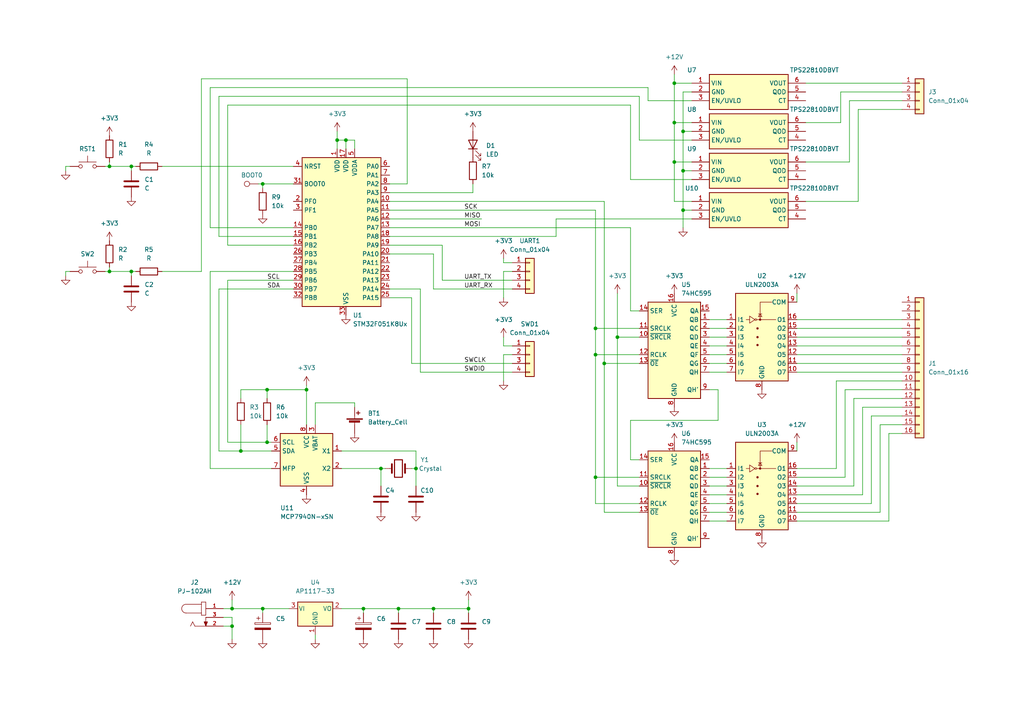
<source format=kicad_sch>
(kicad_sch (version 20211123) (generator eeschema)
  (paper "A4")
  (lib_symbols
    (symbol "74xx:74HC595"
      (property "Reference" "U" (at -7.62 13.97 0))
      (property "Value" "74HC595" (at -7.62 -16.51 0))
      (symbol "74HC595_1_0"
        (pin tri_state line (at 10.16 7.62 180) (length 2.54) (name "QB") (number "1"))
        (pin input line (at -10.16 2.54 0) (length 2.54) (name "~{SRCLR}") (number "10"))
        (pin input line (at -10.16 5.08 0) (length 2.54) (name "SRCLK") (number "11"))
        (pin input line (at -10.16 -2.54 0) (length 2.54) (name "RCLK") (number "12"))
        (pin input line (at -10.16 -5.08 0) (length 2.54) (name "~{OE}") (number "13"))
        (pin input line (at -10.16 10.16 0) (length 2.54) (name "SER") (number "14"))
        (pin tri_state line (at 10.16 10.16 180) (length 2.54) (name "QA") (number "15"))
        (pin power_in line (at 0 15.24 270) (length 2.54) (name "VCC") (number "16"))
        (pin tri_state line (at 10.16 5.08 180) (length 2.54) (name "QC") (number "2"))
        (pin tri_state line (at 10.16 2.54 180) (length 2.54) (name "QD") (number "3"))
        (pin tri_state line (at 10.16 0 180) (length 2.54) (name "QE") (number "4"))
        (pin tri_state line (at 10.16 -2.54 180) (length 2.54) (name "QF") (number "5"))
        (pin tri_state line (at 10.16 -5.08 180) (length 2.54) (name "QG") (number "6"))
        (pin tri_state line (at 10.16 -7.62 180) (length 2.54) (name "QH") (number "7"))
        (pin power_in line (at 0 -17.78 90) (length 2.54) (name "GND") (number "8"))
        (pin output line (at 10.16 -12.7 180) (length 2.54) (name "QH'") (number "9"))
      )
      (symbol "74HC595_1_1"
        (rectangle (start -7.62 12.7) (end 7.62 -15.24) (stroke (width 0.254)) (fill (type background)))
      )
    )
    (symbol "Connector:TestPoint" (pin_numbers hide) (pin_names (offset 0.762) hide)
      (property "Reference" "TP" (at 0 6.858 0))
      (property "Value" "TestPoint" (at 0 5.08 0))
      (symbol "TestPoint_0_1"
        (circle (center 0 3.302) (radius 0.762))
      )
      (symbol "TestPoint_1_1"
        (pin passive line (at 0 0 90) (length 2.54) (name "1") (number "1"))
      )
    )
    (symbol "Connector_Generic:Conn_01x04" (pin_names (offset 1.016) hide)
      (property "Reference" "J" (at 0 5.08 0))
      (property "Value" "Conn_01x04" (at 0 -7.62 0))
      (symbol "Conn_01x04_1_1"
        (rectangle (start -1.27 -4.953) (end 0 -5.207) (stroke (width 0.1524)))
        (rectangle (start -1.27 -2.413) (end 0 -2.667) (stroke (width 0.1524)))
        (rectangle (start -1.27 0.127) (end 0 -0.127) (stroke (width 0.1524)))
        (rectangle (start -1.27 2.667) (end 0 2.413) (stroke (width 0.1524)))
        (rectangle (start -1.27 3.81) (end 1.27 -6.35) (stroke (width 0.254)) (fill (type background)))
        (pin passive line (at -5.08 2.54 0) (length 3.81) (name "Pin_1") (number "1"))
        (pin passive line (at -5.08 0 0) (length 3.81) (name "Pin_2") (number "2"))
        (pin passive line (at -5.08 -2.54 0) (length 3.81) (name "Pin_3") (number "3"))
        (pin passive line (at -5.08 -5.08 0) (length 3.81) (name "Pin_4") (number "4"))
      )
    )
    (symbol "Connector_Generic:Conn_01x16" (pin_names (offset 1.016) hide)
      (property "Reference" "J" (at 0 20.32 0))
      (property "Value" "Conn_01x16" (at 0 -22.86 0))
      (symbol "Conn_01x16_1_1"
        (rectangle (start -1.27 -20.193) (end 0 -20.447) (stroke (width 0.1524)))
        (rectangle (start -1.27 -17.653) (end 0 -17.907) (stroke (width 0.1524)))
        (rectangle (start -1.27 -15.113) (end 0 -15.367) (stroke (width 0.1524)))
        (rectangle (start -1.27 -12.573) (end 0 -12.827) (stroke (width 0.1524)))
        (rectangle (start -1.27 -10.033) (end 0 -10.287) (stroke (width 0.1524)))
        (rectangle (start -1.27 -7.493) (end 0 -7.747) (stroke (width 0.1524)))
        (rectangle (start -1.27 -4.953) (end 0 -5.207) (stroke (width 0.1524)))
        (rectangle (start -1.27 -2.413) (end 0 -2.667) (stroke (width 0.1524)))
        (rectangle (start -1.27 0.127) (end 0 -0.127) (stroke (width 0.1524)))
        (rectangle (start -1.27 2.667) (end 0 2.413) (stroke (width 0.1524)))
        (rectangle (start -1.27 5.207) (end 0 4.953) (stroke (width 0.1524)))
        (rectangle (start -1.27 7.747) (end 0 7.493) (stroke (width 0.1524)))
        (rectangle (start -1.27 10.287) (end 0 10.033) (stroke (width 0.1524)))
        (rectangle (start -1.27 12.827) (end 0 12.573) (stroke (width 0.1524)))
        (rectangle (start -1.27 15.367) (end 0 15.113) (stroke (width 0.1524)))
        (rectangle (start -1.27 17.907) (end 0 17.653) (stroke (width 0.1524)))
        (rectangle (start -1.27 19.05) (end 1.27 -21.59) (stroke (width 0.254)) (fill (type background)))
        (pin passive line (at -5.08 17.78 0) (length 3.81) (name "Pin_1") (number "1"))
        (pin passive line (at -5.08 -5.08 0) (length 3.81) (name "Pin_10") (number "10"))
        (pin passive line (at -5.08 -7.62 0) (length 3.81) (name "Pin_11") (number "11"))
        (pin passive line (at -5.08 -10.16 0) (length 3.81) (name "Pin_12") (number "12"))
        (pin passive line (at -5.08 -12.7 0) (length 3.81) (name "Pin_13") (number "13"))
        (pin passive line (at -5.08 -15.24 0) (length 3.81) (name "Pin_14") (number "14"))
        (pin passive line (at -5.08 -17.78 0) (length 3.81) (name "Pin_15") (number "15"))
        (pin passive line (at -5.08 -20.32 0) (length 3.81) (name "Pin_16") (number "16"))
        (pin passive line (at -5.08 15.24 0) (length 3.81) (name "Pin_2") (number "2"))
        (pin passive line (at -5.08 12.7 0) (length 3.81) (name "Pin_3") (number "3"))
        (pin passive line (at -5.08 10.16 0) (length 3.81) (name "Pin_4") (number "4"))
        (pin passive line (at -5.08 7.62 0) (length 3.81) (name "Pin_5") (number "5"))
        (pin passive line (at -5.08 5.08 0) (length 3.81) (name "Pin_6") (number "6"))
        (pin passive line (at -5.08 2.54 0) (length 3.81) (name "Pin_7") (number "7"))
        (pin passive line (at -5.08 0 0) (length 3.81) (name "Pin_8") (number "8"))
        (pin passive line (at -5.08 -2.54 0) (length 3.81) (name "Pin_9") (number "9"))
      )
    )
    (symbol "Device:Battery_Cell" (pin_numbers hide) (pin_names (offset 0) hide)
      (property "Reference" "BT" (at 2.54 2.54 0))
      (property "Value" "Battery_Cell" (at 2.54 0 0))
      (symbol "Battery_Cell_0_1"
        (rectangle (start -2.286 1.778) (end 2.286 1.524) (fill (type outline)))
        (rectangle (start -1.5748 1.1938) (end 1.4732 0.6858) (fill (type outline)))
        (polyline (pts (xy 0 0.762) (xy 0 0)))
        (polyline (pts (xy 0 1.778) (xy 0 2.54)))
        (polyline (pts (xy 0.508 3.429) (xy 1.524 3.429)) (stroke (width 0.254)))
        (polyline (pts (xy 1.016 3.937) (xy 1.016 2.921)) (stroke (width 0.254)))
      )
      (symbol "Battery_Cell_1_1"
        (pin passive line (at 0 5.08 270) (length 2.54) (name "+") (number "1"))
        (pin passive line (at 0 -2.54 90) (length 2.54) (name "-") (number "2"))
      )
    )
    (symbol "Device:C" (pin_numbers hide) (pin_names (offset 0.254))
      (property "Reference" "C" (at 0.635 2.54 0))
      (property "Value" "C" (at 0.635 -2.54 0))
      (symbol "C_0_1"
        (polyline (pts (xy -2.032 -0.762) (xy 2.032 -0.762)) (stroke (width 0.508)))
        (polyline (pts (xy -2.032 0.762) (xy 2.032 0.762)) (stroke (width 0.508)))
      )
      (symbol "C_1_1"
        (pin passive line (at 0 3.81 270) (length 2.794) (name "~") (number "1"))
        (pin passive line (at 0 -3.81 90) (length 2.794) (name "~") (number "2"))
      )
    )
    (symbol "Device:C_Polarized" (pin_numbers hide) (pin_names (offset 0.254))
      (property "Reference" "C" (at 0.635 2.54 0))
      (property "Value" "C_Polarized" (at 0.635 -2.54 0))
      (symbol "C_Polarized_0_1"
        (rectangle (start -2.286 0.508) (end 2.286 1.016))
        (polyline (pts (xy -1.778 2.286) (xy -0.762 2.286)))
        (polyline (pts (xy -1.27 2.794) (xy -1.27 1.778)))
        (rectangle (start 2.286 -0.508) (end -2.286 -1.016) (fill (type outline)))
      )
      (symbol "C_Polarized_1_1"
        (pin passive line (at 0 3.81 270) (length 2.794) (name "~") (number "1"))
        (pin passive line (at 0 -3.81 90) (length 2.794) (name "~") (number "2"))
      )
    )
    (symbol "Device:Crystal" (pin_numbers hide) (pin_names (offset 1.016) hide)
      (property "Reference" "Y" (at 0 3.81 0))
      (property "Value" "Crystal" (at 0 -3.81 0))
      (symbol "Crystal_0_1"
        (rectangle (start -1.143 2.54) (end 1.143 -2.54) (stroke (width 0.3048)))
        (polyline (pts (xy -2.54 0) (xy -1.905 0)))
        (polyline (pts (xy -1.905 -1.27) (xy -1.905 1.27)) (stroke (width 0.508)))
        (polyline (pts (xy 1.905 -1.27) (xy 1.905 1.27)) (stroke (width 0.508)))
        (polyline (pts (xy 2.54 0) (xy 1.905 0)))
      )
      (symbol "Crystal_1_1"
        (pin passive line (at -3.81 0 0) (length 1.27) (name "1") (number "1"))
        (pin passive line (at 3.81 0 180) (length 1.27) (name "2") (number "2"))
      )
    )
    (symbol "Device:LED" (pin_numbers hide) (pin_names (offset 1.016) hide)
      (property "Reference" "D" (at 0 2.54 0))
      (property "Value" "LED" (at 0 -2.54 0))
      (symbol "LED_0_1"
        (polyline (pts (xy -1.27 -1.27) (xy -1.27 1.27)) (stroke (width 0.254)))
        (polyline (pts (xy -1.27 0) (xy 1.27 0)))
        (polyline (pts (xy 1.27 -1.27) (xy 1.27 1.27) (xy -1.27 0) (xy 1.27 -1.27)) (stroke (width 0.254)))
        (polyline (pts (xy -3.048 -0.762) (xy -4.572 -2.286) (xy -3.81 -2.286) (xy -4.572 -2.286) (xy -4.572 -1.524)))
        (polyline (pts (xy -1.778 -0.762) (xy -3.302 -2.286) (xy -2.54 -2.286) (xy -3.302 -2.286) (xy -3.302 -1.524)))
      )
      (symbol "LED_1_1"
        (pin passive line (at -3.81 0 0) (length 2.54) (name "K") (number "1"))
        (pin passive line (at 3.81 0 180) (length 2.54) (name "A") (number "2"))
      )
    )
    (symbol "Device:R" (pin_numbers hide) (pin_names (offset 0))
      (property "Reference" "R" (at 2.032 0 90))
      (property "Value" "R" (at 0 0 90))
      (symbol "R_0_1"
        (rectangle (start -1.016 -2.54) (end 1.016 2.54) (stroke (width 0.254)))
      )
      (symbol "R_1_1"
        (pin passive line (at 0 3.81 270) (length 1.27) (name "~") (number "1"))
        (pin passive line (at 0 -3.81 90) (length 1.27) (name "~") (number "2"))
      )
    )
    (symbol "MCU_ST_STM32F0:STM32F051K8Ux"
      (property "Reference" "U" (at -12.7 21.59 0))
      (property "Value" "STM32F051K8Ux" (at 5.08 21.59 0))
      (symbol "STM32F051K8Ux_0_1"
        (rectangle (start -12.7 -22.86) (end 10.16 20.32) (stroke (width 0.254)) (fill (type background)))
      )
      (symbol "STM32F051K8Ux_1_1"
        (pin power_in line (at -2.54 22.86 270) (length 2.54) (name "VDD") (number "1"))
        (pin bidirectional line (at 12.7 7.62 180) (length 2.54) (name "PA4") (number "10"))
        (pin bidirectional line (at 12.7 5.08 180) (length 2.54) (name "PA5") (number "11"))
        (pin bidirectional line (at 12.7 2.54 180) (length 2.54) (name "PA6") (number "12"))
        (pin bidirectional line (at 12.7 0 180) (length 2.54) (name "PA7") (number "13"))
        (pin bidirectional line (at -15.24 0 0) (length 2.54) (name "PB0") (number "14"))
        (pin bidirectional line (at -15.24 -2.54 0) (length 2.54) (name "PB1") (number "15"))
        (pin bidirectional line (at -15.24 -5.08 0) (length 2.54) (name "PB2") (number "16"))
        (pin power_in line (at 0 22.86 270) (length 2.54) (name "VDD") (number "17"))
        (pin bidirectional line (at 12.7 -2.54 180) (length 2.54) (name "PA8") (number "18"))
        (pin bidirectional line (at 12.7 -5.08 180) (length 2.54) (name "PA9") (number "19"))
        (pin input line (at -15.24 7.62 0) (length 2.54) (name "PF0") (number "2"))
        (pin bidirectional line (at 12.7 -7.62 180) (length 2.54) (name "PA10") (number "20"))
        (pin bidirectional line (at 12.7 -10.16 180) (length 2.54) (name "PA11") (number "21"))
        (pin bidirectional line (at 12.7 -12.7 180) (length 2.54) (name "PA12") (number "22"))
        (pin bidirectional line (at 12.7 -15.24 180) (length 2.54) (name "PA13") (number "23"))
        (pin bidirectional line (at 12.7 -17.78 180) (length 2.54) (name "PA14") (number "24"))
        (pin bidirectional line (at 12.7 -20.32 180) (length 2.54) (name "PA15") (number "25"))
        (pin bidirectional line (at -15.24 -7.62 0) (length 2.54) (name "PB3") (number "26"))
        (pin bidirectional line (at -15.24 -10.16 0) (length 2.54) (name "PB4") (number "27"))
        (pin bidirectional line (at -15.24 -12.7 0) (length 2.54) (name "PB5") (number "28"))
        (pin bidirectional line (at -15.24 -15.24 0) (length 2.54) (name "PB6") (number "29"))
        (pin input line (at -15.24 5.08 0) (length 2.54) (name "PF1") (number "3"))
        (pin bidirectional line (at -15.24 -17.78 0) (length 2.54) (name "PB7") (number "30"))
        (pin input line (at -15.24 12.7 0) (length 2.54) (name "BOOT0") (number "31"))
        (pin bidirectional line (at -15.24 -20.32 0) (length 2.54) (name "PB8") (number "32"))
        (pin power_in line (at 0 -25.4 90) (length 2.54) (name "VSS") (number "33"))
        (pin input line (at -15.24 17.78 0) (length 2.54) (name "NRST") (number "4"))
        (pin power_in line (at 2.54 22.86 270) (length 2.54) (name "VDDA") (number "5"))
        (pin bidirectional line (at 12.7 17.78 180) (length 2.54) (name "PA0") (number "6"))
        (pin bidirectional line (at 12.7 15.24 180) (length 2.54) (name "PA1") (number "7"))
        (pin bidirectional line (at 12.7 12.7 180) (length 2.54) (name "PA2") (number "8"))
        (pin bidirectional line (at 12.7 10.16 180) (length 2.54) (name "PA3") (number "9"))
      )
    )
    (symbol "PJ-102AH:PJ-102AH" (pin_names (offset 1.016))
      (property "Reference" "J" (at -7.6258 5.0838 0))
      (property "Value" "PJ-102AH" (at -7.6296 -5.0864 0))
      (symbol "PJ-102AH_0_0"
        (arc (start -5.715 3.81) (mid -6.985 2.54) (end -5.715 1.27) (stroke (width 0.1524)))
        (polyline (pts (xy -5.715 3.81) (xy -1.27 3.81)) (stroke (width 0.1524)))
        (polyline (pts (xy -3.81 -1.27) (xy -4.445 -2.54)) (stroke (width 0.1524)))
        (polyline (pts (xy -3.175 -2.54) (xy -3.81 -1.27)) (stroke (width 0.1524)))
        (polyline (pts (xy -1.27 0.635) (xy 0 0.635)) (stroke (width 0.1524)))
        (polyline (pts (xy -1.27 1.27) (xy -5.715 1.27)) (stroke (width 0.1524)))
        (polyline (pts (xy -1.27 1.27) (xy -1.27 0.635)) (stroke (width 0.1524)))
        (polyline (pts (xy -1.27 3.81) (xy -1.27 1.27)) (stroke (width 0.1524)))
        (polyline (pts (xy -1.27 4.445) (xy -1.27 3.81)) (stroke (width 0.1524)))
        (polyline (pts (xy 0 -2.54) (xy -3.175 -2.54)) (stroke (width 0.1524)))
        (polyline (pts (xy 0 0) (xy 0 -2.54)) (stroke (width 0.1524)))
        (polyline (pts (xy 0 0.635) (xy 0 4.445)) (stroke (width 0.1524)))
        (polyline (pts (xy 0 4.445) (xy -1.27 4.445)) (stroke (width 0.1524)))
        (polyline (pts (xy 0 -2.54) (xy -0.508 -1.27) (xy 0.508 -1.27) (xy 0 -2.54)) (stroke (width 0.1524)) (fill (type outline)))
        (pin passive line (at 5.08 2.54 180) (length 5.08) (name "~") (number "1"))
        (pin passive line (at 5.08 -2.54 180) (length 5.08) (name "~") (number "2"))
        (pin passive line (at 5.08 0 180) (length 5.08) (name "~") (number "3"))
      )
    )
    (symbol "Regulator_Linear:AP1117-33" (pin_names (offset 0.254))
      (property "Reference" "U" (at -3.81 3.175 0))
      (property "Value" "AP1117-33" (at 0 3.175 0))
      (symbol "AP1117-33_0_1"
        (rectangle (start -5.08 -5.08) (end 5.08 1.905) (stroke (width 0.254)) (fill (type background)))
      )
      (symbol "AP1117-33_1_1"
        (pin power_in line (at 0 -7.62 90) (length 2.54) (name "GND") (number "1"))
        (pin power_out line (at 7.62 0 180) (length 2.54) (name "VO") (number "2"))
        (pin power_in line (at -7.62 0 0) (length 2.54) (name "VI") (number "3"))
      )
    )
    (symbol "Switch:SW_Push" (pin_numbers hide) (pin_names (offset 1.016) hide)
      (property "Reference" "SW" (at 1.27 2.54 0))
      (property "Value" "SW_Push" (at 0 -1.524 0))
      (symbol "SW_Push_0_1"
        (circle (center -2.032 0) (radius 0.508))
        (polyline (pts (xy 0 1.27) (xy 0 3.048)))
        (polyline (pts (xy 2.54 1.27) (xy -2.54 1.27)))
        (circle (center 2.032 0) (radius 0.508))
        (pin passive line (at -5.08 0 0) (length 2.54) (name "1") (number "1"))
        (pin passive line (at 5.08 0 180) (length 2.54) (name "2") (number "2"))
      )
    )
    (symbol "TPS22810DBVT:TPS22810DBVT"
      (property "Value" "TPS22810DBVT" (at 0 0 0))
      (property "Reference_1" "IC" (at 29.21 7.62 0))
      (property "Value_1" "TPS22810DBVT" (at 29.21 5.08 0))
      (symbol "TPS22810DBVT_1_1"
        (rectangle (start 5.08 2.54) (end 27.94 -7.62) (stroke (width 0.254)) (fill (type background)))
        (pin passive line (at 0 0 0) (length 5.08) (name "VIN") (number "1"))
        (pin passive line (at 0 -2.54 0) (length 5.08) (name "GND") (number "2"))
        (pin passive line (at 0 -5.08 0) (length 5.08) (name "EN/UVLO") (number "3"))
        (pin passive line (at 33.02 -5.08 180) (length 5.08) (name "CT") (number "4"))
        (pin passive line (at 33.02 -2.54 180) (length 5.08) (name "QOD") (number "5"))
        (pin passive line (at 33.02 0 180) (length 5.08) (name "VOUT") (number "6"))
      )
    )
    (symbol "Timer_RTC:MCP7940N-xSN"
      (property "Reference" "U" (at -6.35 8.89 0))
      (property "Value" "MCP7940N-xSN" (at 11.43 8.89 0))
      (symbol "MCP7940N-xSN_0_1"
        (rectangle (start -7.62 7.62) (end 7.62 -7.62) (stroke (width 0.254)) (fill (type background)))
      )
      (symbol "MCP7940N-xSN_1_1"
        (pin input line (at 10.16 2.54 180) (length 2.54) (name "X1") (number "1"))
        (pin output line (at 10.16 -2.54 180) (length 2.54) (name "X2") (number "2"))
        (pin power_in line (at 2.54 10.16 270) (length 2.54) (name "VBAT") (number "3"))
        (pin power_in line (at 0 -10.16 90) (length 2.54) (name "VSS") (number "4"))
        (pin bidirectional line (at -10.16 2.54 0) (length 2.54) (name "SDA") (number "5"))
        (pin input line (at -10.16 5.08 0) (length 2.54) (name "SCL") (number "6"))
        (pin open_collector line (at -10.16 -2.54 0) (length 2.54) (name "MFP") (number "7"))
        (pin power_in line (at 0 10.16 270) (length 2.54) (name "VCC") (number "8"))
      )
    )
    (symbol "Transistor_Array:ULN2003A"
      (property "Reference" "U" (at 0 15.875 0))
      (property "Value" "ULN2003A" (at 0 13.97 0))
      (symbol "ULN2003A_0_1"
        (rectangle (start -7.62 -12.7) (end 7.62 12.7) (stroke (width 0.254)) (fill (type background)))
        (circle (center -1.778 5.08) (radius 0.254))
        (circle (center -1.27 -2.286) (radius 0.254) (fill (type outline)))
        (circle (center -1.27 0) (radius 0.254) (fill (type outline)))
        (circle (center -1.27 2.54) (radius 0.254) (fill (type outline)))
        (circle (center -0.508 5.08) (radius 0.254) (fill (type outline)))
        (polyline (pts (xy -4.572 5.08) (xy -3.556 5.08)))
        (polyline (pts (xy -1.524 5.08) (xy 4.064 5.08)))
        (polyline (pts (xy 0 6.731) (xy -1.016 6.731)))
        (polyline (pts (xy -0.508 5.08) (xy -0.508 10.16) (xy 2.921 10.16)))
        (polyline (pts (xy -3.556 6.096) (xy -3.556 4.064) (xy -2.032 5.08) (xy -3.556 6.096)))
        (polyline (pts (xy 0 5.969) (xy -1.016 5.969) (xy -0.508 6.731) (xy 0 5.969)))
      )
      (symbol "ULN2003A_1_1"
        (pin input line (at -10.16 5.08 0) (length 2.54) (name "I1") (number "1"))
        (pin open_collector line (at 10.16 -10.16 180) (length 2.54) (name "O7") (number "10"))
        (pin open_collector line (at 10.16 -7.62 180) (length 2.54) (name "O6") (number "11"))
        (pin open_collector line (at 10.16 -5.08 180) (length 2.54) (name "O5") (number "12"))
        (pin open_collector line (at 10.16 -2.54 180) (length 2.54) (name "O4") (number "13"))
        (pin open_collector line (at 10.16 0 180) (length 2.54) (name "O3") (number "14"))
        (pin open_collector line (at 10.16 2.54 180) (length 2.54) (name "O2") (number "15"))
        (pin open_collector line (at 10.16 5.08 180) (length 2.54) (name "O1") (number "16"))
        (pin input line (at -10.16 2.54 0) (length 2.54) (name "I2") (number "2"))
        (pin input line (at -10.16 0 0) (length 2.54) (name "I3") (number "3"))
        (pin input line (at -10.16 -2.54 0) (length 2.54) (name "I4") (number "4"))
        (pin input line (at -10.16 -5.08 0) (length 2.54) (name "I5") (number "5"))
        (pin input line (at -10.16 -7.62 0) (length 2.54) (name "I6") (number "6"))
        (pin input line (at -10.16 -10.16 0) (length 2.54) (name "I7") (number "7"))
        (pin power_in line (at 0 -15.24 90) (length 2.54) (name "GND") (number "8"))
        (pin passive line (at 10.16 10.16 180) (length 2.54) (name "COM") (number "9"))
      )
    )
    (symbol "power:+12V" (power) (pin_names (offset 0))
      (property "Value" "+12V" (at 0 3.556 0))
      (symbol "+12V_0_1"
        (polyline (pts (xy -0.762 1.27) (xy 0 2.54)))
        (polyline (pts (xy 0 0) (xy 0 2.54)))
        (polyline (pts (xy 0 2.54) (xy 0.762 1.27)))
      )
      (symbol "+12V_1_1"
        (pin power_in line (at 0 0 90) (length 0) hide (name "+12V") (number "1"))
      )
    )
    (symbol "power:+3.3V" (power) (pin_names (offset 0))
      (property "Value" "+3.3V" (at 0 3.556 0))
      (symbol "+3.3V_0_1"
        (polyline (pts (xy -0.762 1.27) (xy 0 2.54)))
        (polyline (pts (xy 0 0) (xy 0 2.54)))
        (polyline (pts (xy 0 2.54) (xy 0.762 1.27)))
      )
      (symbol "+3.3V_1_1"
        (pin power_in line (at 0 0 90) (length 0) hide (name "+3V3") (number "1"))
      )
    )
    (symbol "power:GND" (power) (pin_names (offset 0))
      (property "Value" "GND" (at 0 -3.81 0))
      (symbol "GND_0_1"
        (polyline (pts (xy 0 0) (xy 0 -1.27) (xy 1.27 -1.27) (xy 0 -2.54) (xy -1.27 -1.27) (xy 0 -1.27)))
      )
      (symbol "GND_1_1"
        (pin power_in line (at 0 0 270) (length 0) hide (name "GND") (number "1"))
      )
    )
  )
  (junction (at 198.12 49.53))
  (junction (at 38.1 78.74))
  (junction (at 100.33 40.64))
  (junction (at 76.2 53.34))
  (junction (at 67.31 181.61))
  (junction (at 77.47 113.03))
  (junction (at 69.85 130.81))
  (junction (at 195.58 35.56))
  (junction (at 125.73 176.53))
  (junction (at 67.31 176.53))
  (junction (at 120.65 135.89))
  (junction (at 110.49 135.89))
  (junction (at 31.75 48.26))
  (junction (at 195.58 24.13))
  (junction (at 76.2 176.53))
  (junction (at 115.57 176.53))
  (junction (at 105.41 176.53))
  (junction (at 172.72 138.43))
  (junction (at 38.1 48.26))
  (junction (at 88.9 113.03))
  (junction (at 195.58 46.99))
  (junction (at 175.26 105.41))
  (junction (at 135.89 176.53))
  (junction (at 97.79 40.64))
  (junction (at 179.07 97.79))
  (junction (at 77.47 128.27))
  (junction (at 172.72 102.87))
  (junction (at 198.12 60.96))
  (junction (at 198.12 38.1))
  (junction (at 31.75 78.74))
  (junction (at 172.72 95.25))
  (wire (pts (xy 91.44 185.42) (xy 91.44 184.15)))
  (wire (pts (xy 205.74 95.25) (xy 210.82 95.25)))
  (wire (pts (xy 69.85 123.19) (xy 69.85 130.81)))
  (wire (pts (xy 187.96 29.21) (xy 200.66 29.21)))
  (wire (pts (xy 78.74 130.81) (xy 69.85 130.81)))
  (wire (pts (xy 231.14 135.89) (xy 242.57 135.89)))
  (wire (pts (xy 118.11 53.34) (xy 113.03 53.34)))
  (wire (pts (xy 261.62 97.79) (xy 231.14 97.79)))
  (wire (pts (xy 76.2 54.61) (xy 76.2 53.34)))
  (wire (pts (xy 111.76 135.89) (xy 110.49 135.89)))
  (wire (pts (xy 38.1 48.26) (xy 39.37 48.26)))
  (wire (pts (xy 175.26 58.42) (xy 175.26 105.41)))
  (wire (pts (xy 182.88 52.07) (xy 200.66 52.07)))
  (wire (pts (xy 243.84 35.56) (xy 233.68 35.56)))
  (wire (pts (xy 175.26 105.41) (xy 175.26 148.59)))
  (wire (pts (xy 148.59 76.2) (xy 146.05 76.2)))
  (wire (pts (xy 128.27 81.28) (xy 148.59 81.28)))
  (wire (pts (xy 119.38 135.89) (xy 120.65 135.89)))
  (wire (pts (xy 205.74 140.97) (xy 210.82 140.97)))
  (wire (pts (xy 64.77 181.61) (xy 67.31 181.61)))
  (wire (pts (xy 63.5 83.82) (xy 85.09 83.82)))
  (wire (pts (xy 146.05 76.2) (xy 146.05 74.93)))
  (wire (pts (xy 247.65 115.57) (xy 261.62 115.57)))
  (wire (pts (xy 205.74 143.51) (xy 210.82 143.51)))
  (wire (pts (xy 185.42 148.59) (xy 175.26 148.59)))
  (wire (pts (xy 231.14 146.05) (xy 252.73 146.05)))
  (wire (pts (xy 100.33 40.64) (xy 100.33 43.18)))
  (wire (pts (xy 38.1 78.74) (xy 39.37 78.74)))
  (wire (pts (xy 205.74 92.71) (xy 210.82 92.71)))
  (wire (pts (xy 242.57 135.89) (xy 242.57 110.49)))
  (wire (pts (xy 148.59 100.33) (xy 146.05 100.33)))
  (wire (pts (xy 30.48 78.74) (xy 31.75 78.74)))
  (wire (pts (xy 146.05 102.87) (xy 148.59 102.87)))
  (wire (pts (xy 182.88 121.92) (xy 182.88 133.35)))
  (wire (pts (xy 66.04 30.48) (xy 66.04 71.12)))
  (wire (pts (xy 195.58 46.99) (xy 200.66 46.99)))
  (wire (pts (xy 205.74 97.79) (xy 210.82 97.79)))
  (wire (pts (xy 245.11 138.43) (xy 245.11 113.03)))
  (wire (pts (xy 100.33 40.64) (xy 102.87 40.64)))
  (wire (pts (xy 31.75 48.26) (xy 38.1 48.26)))
  (wire (pts (xy 185.42 40.64) (xy 185.42 27.94)))
  (wire (pts (xy 67.31 176.53) (xy 76.2 176.53)))
  (wire (pts (xy 113.03 73.66) (xy 125.73 73.66)))
  (wire (pts (xy 119.38 86.36) (xy 119.38 105.41)))
  (wire (pts (xy 200.66 58.42) (xy 195.58 58.42)))
  (wire (pts (xy 205.74 138.43) (xy 210.82 138.43)))
  (wire (pts (xy 172.72 138.43) (xy 172.72 102.87)))
  (wire (pts (xy 85.09 66.04) (xy 60.96 66.04)))
  (wire (pts (xy 205.74 107.95) (xy 210.82 107.95)))
  (wire (pts (xy 182.88 52.07) (xy 182.88 30.48)))
  (wire (pts (xy 115.57 176.53) (xy 125.73 176.53)))
  (wire (pts (xy 113.03 55.88) (xy 137.16 55.88)))
  (wire (pts (xy 66.04 128.27) (xy 66.04 81.28)))
  (wire (pts (xy 198.12 60.96) (xy 200.66 60.96)))
  (wire (pts (xy 78.74 135.89) (xy 60.96 135.89)))
  (wire (pts (xy 185.42 27.94) (xy 63.5 27.94)))
  (wire (pts (xy 246.38 46.99) (xy 246.38 29.21)))
  (wire (pts (xy 195.58 35.56) (xy 200.66 35.56)))
  (wire (pts (xy 38.1 78.74) (xy 38.1 80.01)))
  (wire (pts (xy 66.04 71.12) (xy 85.09 71.12)))
  (wire (pts (xy 77.47 113.03) (xy 88.9 113.03)))
  (wire (pts (xy 67.31 179.07) (xy 64.77 179.07)))
  (wire (pts (xy 19.05 48.26) (xy 20.32 48.26)))
  (wire (pts (xy 125.73 73.66) (xy 125.73 83.82)))
  (wire (pts (xy 105.41 176.53) (xy 115.57 176.53)))
  (wire (pts (xy 233.68 24.13) (xy 261.62 24.13)))
  (wire (pts (xy 261.62 102.87) (xy 231.14 102.87)))
  (wire (pts (xy 172.72 60.96) (xy 172.72 95.25)))
  (wire (pts (xy 128.27 71.12) (xy 128.27 81.28)))
  (wire (pts (xy 76.2 53.34) (xy 85.09 53.34)))
  (wire (pts (xy 30.48 48.26) (xy 31.75 48.26)))
  (wire (pts (xy 250.19 143.51) (xy 250.19 118.11)))
  (wire (pts (xy 74.93 53.34) (xy 76.2 53.34)))
  (wire (pts (xy 252.73 120.65) (xy 261.62 120.65)))
  (wire (pts (xy 205.74 151.13) (xy 210.82 151.13)))
  (wire (pts (xy 99.06 130.81) (xy 120.65 130.81)))
  (wire (pts (xy 252.73 146.05) (xy 252.73 120.65)))
  (wire (pts (xy 243.84 26.67) (xy 243.84 35.56)))
  (wire (pts (xy 46.99 48.26) (xy 85.09 48.26)))
  (wire (pts (xy 148.59 78.74) (xy 146.05 78.74)))
  (wire (pts (xy 198.12 49.53) (xy 198.12 60.96)))
  (wire (pts (xy 66.04 81.28) (xy 85.09 81.28)))
  (wire (pts (xy 231.14 143.51) (xy 250.19 143.51)))
  (wire (pts (xy 242.57 110.49) (xy 261.62 110.49)))
  (wire (pts (xy 118.11 22.86) (xy 118.11 53.34)))
  (wire (pts (xy 110.49 135.89) (xy 110.49 140.97)))
  (wire (pts (xy 172.72 102.87) (xy 185.42 102.87)))
  (wire (pts (xy 137.16 55.88) (xy 137.16 53.34)))
  (wire (pts (xy 198.12 60.96) (xy 198.12 66.04)))
  (wire (pts (xy 88.9 113.03) (xy 88.9 123.19)))
  (wire (pts (xy 125.73 176.53) (xy 135.89 176.53)))
  (wire (pts (xy 58.42 78.74) (xy 58.42 22.86)))
  (wire (pts (xy 245.11 113.03) (xy 261.62 113.03)))
  (wire (pts (xy 161.29 63.5) (xy 200.66 63.5)))
  (wire (pts (xy 63.5 68.58) (xy 85.09 68.58)))
  (wire (pts (xy 261.62 95.25) (xy 231.14 95.25)))
  (wire (pts (xy 250.19 118.11) (xy 261.62 118.11)))
  (wire (pts (xy 182.88 121.92) (xy 208.28 121.92)))
  (wire (pts (xy 195.58 21.59) (xy 195.58 24.13)))
  (wire (pts (xy 205.74 148.59) (xy 210.82 148.59)))
  (wire (pts (xy 67.31 185.42) (xy 67.31 181.61)))
  (wire (pts (xy 102.87 116.84) (xy 102.87 118.11)))
  (wire (pts (xy 198.12 49.53) (xy 200.66 49.53)))
  (wire (pts (xy 77.47 113.03) (xy 77.47 115.57)))
  (wire (pts (xy 248.92 31.75) (xy 248.92 58.42)))
  (wire (pts (xy 182.88 30.48) (xy 66.04 30.48)))
  (wire (pts (xy 231.14 85.09) (xy 231.14 87.63)))
  (wire (pts (xy 76.2 176.53) (xy 76.2 177.8)))
  (wire (pts (xy 60.96 66.04) (xy 60.96 25.4)))
  (wire (pts (xy 121.92 83.82) (xy 113.03 83.82)))
  (wire (pts (xy 261.62 31.75) (xy 248.92 31.75)))
  (wire (pts (xy 19.05 78.74) (xy 19.05 80.01)))
  (wire (pts (xy 175.26 58.42) (xy 113.03 58.42)))
  (wire (pts (xy 257.81 151.13) (xy 257.81 125.73)))
  (wire (pts (xy 113.03 86.36) (xy 119.38 86.36)))
  (wire (pts (xy 195.58 24.13) (xy 200.66 24.13)))
  (wire (pts (xy 31.75 78.74) (xy 38.1 78.74)))
  (wire (pts (xy 77.47 123.19) (xy 77.47 128.27)))
  (wire (pts (xy 248.92 58.42) (xy 233.68 58.42)))
  (wire (pts (xy 115.57 176.53) (xy 115.57 177.8)))
  (wire (pts (xy 97.79 40.64) (xy 100.33 40.64)))
  (wire (pts (xy 205.74 105.41) (xy 210.82 105.41)))
  (wire (pts (xy 99.06 176.53) (xy 105.41 176.53)))
  (wire (pts (xy 195.58 24.13) (xy 195.58 35.56)))
  (wire (pts (xy 261.62 105.41) (xy 231.14 105.41)))
  (wire (pts (xy 231.14 128.27) (xy 231.14 130.81)))
  (wire (pts (xy 195.58 46.99) (xy 195.58 58.42)))
  (wire (pts (xy 231.14 138.43) (xy 245.11 138.43)))
  (wire (pts (xy 179.07 97.79) (xy 185.42 97.79)))
  (wire (pts (xy 198.12 38.1) (xy 200.66 38.1)))
  (wire (pts (xy 102.87 116.84) (xy 91.44 116.84)))
  (wire (pts (xy 200.66 26.67) (xy 198.12 26.67)))
  (wire (pts (xy 198.12 38.1) (xy 198.12 49.53)))
  (wire (pts (xy 121.92 83.82) (xy 121.92 107.95)))
  (wire (pts (xy 19.05 48.26) (xy 19.05 49.53)))
  (wire (pts (xy 38.1 48.26) (xy 38.1 49.53)))
  (wire (pts (xy 261.62 92.71) (xy 231.14 92.71)))
  (wire (pts (xy 185.42 40.64) (xy 200.66 40.64)))
  (wire (pts (xy 205.74 113.03) (xy 208.28 113.03)))
  (wire (pts (xy 60.96 25.4) (xy 187.96 25.4)))
  (wire (pts (xy 185.42 146.05) (xy 172.72 146.05)))
  (wire (pts (xy 120.65 135.89) (xy 120.65 140.97)))
  (wire (pts (xy 60.96 78.74) (xy 60.96 135.89)))
  (wire (pts (xy 125.73 176.53) (xy 125.73 177.8)))
  (wire (pts (xy 179.07 97.79) (xy 179.07 140.97)))
  (wire (pts (xy 246.38 29.21) (xy 261.62 29.21)))
  (wire (pts (xy 257.81 125.73) (xy 261.62 125.73)))
  (wire (pts (xy 69.85 130.81) (xy 63.5 130.81)))
  (wire (pts (xy 255.27 123.19) (xy 261.62 123.19)))
  (wire (pts (xy 231.14 140.97) (xy 247.65 140.97)))
  (wire (pts (xy 120.65 130.81) (xy 120.65 135.89)))
  (wire (pts (xy 233.68 46.99) (xy 246.38 46.99)))
  (wire (pts (xy 205.74 102.87) (xy 210.82 102.87)))
  (wire (pts (xy 146.05 110.49) (xy 146.05 102.87)))
  (wire (pts (xy 198.12 26.67) (xy 198.12 38.1)))
  (wire (pts (xy 97.79 40.64) (xy 97.79 43.18)))
  (wire (pts (xy 146.05 86.36) (xy 146.05 78.74)))
  (wire (pts (xy 161.29 68.58) (xy 113.03 68.58)))
  (wire (pts (xy 172.72 95.25) (xy 172.72 102.87)))
  (wire (pts (xy 247.65 140.97) (xy 247.65 115.57)))
  (wire (pts (xy 255.27 148.59) (xy 255.27 123.19)))
  (wire (pts (xy 19.05 78.74) (xy 20.32 78.74)))
  (wire (pts (xy 113.03 60.96) (xy 172.72 60.96)))
  (wire (pts (xy 135.89 173.99) (xy 135.89 176.53)))
  (wire (pts (xy 119.38 105.41) (xy 148.59 105.41)))
  (wire (pts (xy 67.31 181.61) (xy 67.31 179.07)))
  (wire (pts (xy 67.31 173.99) (xy 67.31 176.53)))
  (wire (pts (xy 46.99 78.74) (xy 58.42 78.74)))
  (wire (pts (xy 97.79 38.1) (xy 97.79 40.64)))
  (wire (pts (xy 76.2 176.53) (xy 83.82 176.53)))
  (wire (pts (xy 179.07 85.09) (xy 179.07 97.79)))
  (wire (pts (xy 208.28 113.03) (xy 208.28 121.92)))
  (wire (pts (xy 261.62 107.95) (xy 231.14 107.95)))
  (wire (pts (xy 121.92 107.95) (xy 148.59 107.95)))
  (wire (pts (xy 113.03 66.04) (xy 182.88 66.04)))
  (wire (pts (xy 205.74 100.33) (xy 210.82 100.33)))
  (wire (pts (xy 261.62 100.33) (xy 231.14 100.33)))
  (wire (pts (xy 182.88 66.04) (xy 182.88 90.17)))
  (wire (pts (xy 175.26 105.41) (xy 185.42 105.41)))
  (wire (pts (xy 69.85 115.57) (xy 69.85 113.03)))
  (wire (pts (xy 146.05 100.33) (xy 146.05 97.79)))
  (wire (pts (xy 31.75 77.47) (xy 31.75 78.74)))
  (wire (pts (xy 64.77 176.53) (xy 67.31 176.53)))
  (wire (pts (xy 113.03 71.12) (xy 128.27 71.12)))
  (wire (pts (xy 77.47 128.27) (xy 66.04 128.27)))
  (wire (pts (xy 172.72 146.05) (xy 172.72 138.43)))
  (wire (pts (xy 172.72 95.25) (xy 185.42 95.25)))
  (wire (pts (xy 102.87 40.64) (xy 102.87 43.18)))
  (wire (pts (xy 63.5 130.81) (xy 63.5 83.82)))
  (wire (pts (xy 91.44 116.84) (xy 91.44 123.19)))
  (wire (pts (xy 60.96 78.74) (xy 85.09 78.74)))
  (wire (pts (xy 88.9 111.76) (xy 88.9 113.03)))
  (wire (pts (xy 205.74 146.05) (xy 210.82 146.05)))
  (wire (pts (xy 125.73 83.82) (xy 148.59 83.82)))
  (wire (pts (xy 99.06 135.89) (xy 110.49 135.89)))
  (wire (pts (xy 63.5 27.94) (xy 63.5 68.58)))
  (wire (pts (xy 261.62 26.67) (xy 243.84 26.67)))
  (wire (pts (xy 205.74 135.89) (xy 210.82 135.89)))
  (wire (pts (xy 195.58 35.56) (xy 195.58 46.99)))
  (wire (pts (xy 58.42 22.86) (xy 118.11 22.86)))
  (wire (pts (xy 182.88 133.35) (xy 185.42 133.35)))
  (wire (pts (xy 78.74 128.27) (xy 77.47 128.27)))
  (wire (pts (xy 185.42 140.97) (xy 179.07 140.97)))
  (wire (pts (xy 113.03 63.5) (xy 139.7 63.5)))
  (wire (pts (xy 172.72 138.43) (xy 185.42 138.43)))
  (wire (pts (xy 105.41 176.53) (xy 105.41 177.8)))
  (wire (pts (xy 231.14 148.59) (xy 255.27 148.59)))
  (wire (pts (xy 187.96 25.4) (xy 187.96 29.21)))
  (wire (pts (xy 135.89 176.53) (xy 135.89 177.8)))
  (wire (pts (xy 69.85 113.03) (xy 77.47 113.03)))
  (wire (pts (xy 182.88 90.17) (xy 185.42 90.17)))
  (wire (pts (xy 31.75 46.99) (xy 31.75 48.26)))
  (wire (pts (xy 231.14 151.13) (xy 257.81 151.13)))
  (wire (pts (xy 161.29 63.5) (xy 161.29 68.58)))
  (label "SDA" (at 77.47 83.82 0))
  (label "SCK" (at 134.62 60.96 0))
  (label "MOSI" (at 134.62 66.04 0))
  (label "UART_RX" (at 134.62 83.82 0))
  (label "SWCLK" (at 134.62 105.41 0))
  (label "UART_TX" (at 134.62 81.28 0))
  (label "SWDIO" (at 134.62 107.95 0))
  (label "MISO" (at 134.62 63.5 0))
  (label "SCL" (at 77.47 81.28 0))
  (symbol (lib_id "Timer_RTC:MCP7940N-xSN") (at 88.9 133.35 0) (unit 1)
    (property "Reference" "U11" (at 81.28 147.32 0) (effects (justify left)))
    (property "Value" "MCP7940N-xSN" (at 81.28 149.86 0) (effects (justify left)))
    (property "Footprint" "Package_SO:SO-8_3.9x4.9mm_P1.27mm" (effects hide))
    (property "Datasheet" "http://ww1.microchip.com/downloads/en/DeviceDoc/20005010F.pdf" (effects hide))
  )
  (symbol (lib_id "TPS22810DBVT:TPS22810DBVT") (at 200.66 35.56 0) (unit 1)
    (property "Reference" "U8" (at 200.66 31.75 0))
    (property "Value" "TPS22810DBVT" (at 236.22 31.75 0))
    (property "Footprint" "Package_TO_SOT_SMD:SOT-23-6" (effects hide))
    (property "Reference_1" "IC" (effects hide))
    (property "Value_1" "TPS22810DBVT" (effects hide))
    (property "Footprint_1" "SOT95P280X145-6N" (effects hide))
    (property "Datasheet_1" "http://www.ti.com/lit/gpn/TPS22810" (effects hide))
    (property "Height" "1.45" (effects hide))
    (property "Mouser Part Number" "595-TPS22810DBVT" (effects hide))
    (property "Mouser Price/Stock" "https://www.mouser.co.uk/ProductDetail/Texas-Instruments/TPS22810DBVT?qs=34RfhUjJmKcpY51nBe7C4Q%3D%3D" (effects hide))
    (property "Manufacturer_Name" "Texas Instruments" (effects hide))
    (property "Manufacturer_Part_Number" "TPS22810DBVT" (effects hide))
  )
  (symbol (lib_id "power:GND") (at 198.12 66.04 0) (unit 1)
    (property "Reference" "#PWR0109" (effects hide))
    (property "Value" "GND" (effects hide))
  )
  (symbol (lib_id "Connector:TestPoint") (at 74.93 53.34 90) (unit 1)
    (property "Reference" "BOOT0" (at 76.2 50.8 90) (effects (justify left)))
    (property "Value" "BOOT0" (effects hide))
    (property "Footprint" "TestPoint:TestPoint_Pad_D1.5mm" (effects hide))
  )
  (symbol (lib_id "TPS22810DBVT:TPS22810DBVT") (at 200.66 58.42 0) (unit 1)
    (property "Reference" "U10" (at 200.66 54.61 0))
    (property "Value" "TPS22810DBVT" (at 236.22 54.61 0))
    (property "Footprint" "Package_TO_SOT_SMD:SOT-23-6" (effects hide))
    (property "Reference_1" "IC" (effects hide))
    (property "Value_1" "TPS22810DBVT" (effects hide))
    (property "Footprint_1" "SOT95P280X145-6N" (effects hide))
    (property "Datasheet_1" "http://www.ti.com/lit/gpn/TPS22810" (effects hide))
    (property "Height" "1.45" (effects hide))
    (property "Mouser Part Number" "595-TPS22810DBVT" (effects hide))
    (property "Mouser Price/Stock" "https://www.mouser.co.uk/ProductDetail/Texas-Instruments/TPS22810DBVT?qs=34RfhUjJmKcpY51nBe7C4Q%3D%3D" (effects hide))
    (property "Manufacturer_Name" "Texas Instruments" (effects hide))
    (property "Manufacturer_Part_Number" "TPS22810DBVT" (effects hide))
  )
  (symbol (lib_id "power:+12V") (at 231.14 128.27 0) (unit 1)
    (property "Reference" "#PWR0106" (effects hide))
    (property "Value" "+12V" (at 231.14 123.19 0))
  )
  (symbol (lib_id "Device:C") (at 120.65 144.78 0) (unit 1)
    (property "Reference" "C10" (at 121.92 142.24 0) (effects (justify left)))
    (property "Value" "C" (effects hide))
    (property "Footprint" "Resistor_SMD:R_0402_1005Metric_Pad0.72x0.64mm_HandSolder" (effects hide))
  )
  (symbol (lib_id "Device:R") (at 43.18 48.26 270) (unit 1)
    (property "Reference" "R4" (at 43.18 41.91 90))
    (property "Value" "R" (at 43.18 44.45 90))
    (property "Footprint" "Resistor_SMD:R_0603_1608Metric" (effects hide))
  )
  (symbol (lib_id "power:GND") (at 125.73 185.42 0) (unit 1)
    (property "Reference" "#PWR0149" (effects hide))
    (property "Value" "GND" (effects hide))
  )
  (symbol (lib_id "Device:LED") (at 137.16 41.91 90) (unit 1)
    (property "Reference" "D1" (at 140.97 42.2274 90) (effects (justify right)))
    (property "Value" "LED" (at 140.97 44.7674 90) (effects (justify right)))
    (property "Footprint" "Connector_PinHeader_2.54mm:PinHeader_1x02_P2.54mm_Vertical" (effects hide))
  )
  (symbol (lib_id "power:+3.3V") (at 31.75 69.85 0) (unit 1)
    (property "Reference" "#PWR0140" (effects hide))
    (property "Value" "+3.3V" (at 31.75 64.77 0))
  )
  (symbol (lib_id "power:GND") (at 102.87 125.73 0) (unit 1)
    (property "Reference" "#PWR0118" (effects hide))
    (property "Value" "GND" (effects hide))
  )
  (symbol (lib_id "power:+3.3V") (at 97.79 38.1 0) (unit 1)
    (property "Reference" "#PWR0103" (effects hide))
    (property "Value" "+3.3V" (at 97.79 33.02 0))
  )
  (symbol (lib_id "TPS22810DBVT:TPS22810DBVT") (at 200.66 24.13 0) (unit 1)
    (property "Reference" "U7" (at 200.66 20.32 0))
    (property "Value" "TPS22810DBVT" (at 236.22 20.32 0))
    (property "Footprint" "Package_TO_SOT_SMD:SOT-23-6" (effects hide))
    (property "Reference_1" "IC" (effects hide))
    (property "Value_1" "TPS22810DBVT" (effects hide))
    (property "Footprint_1" "SOT95P280X145-6N" (effects hide))
    (property "Datasheet_1" "http://www.ti.com/lit/gpn/TPS22810" (effects hide))
    (property "Height" "1.45" (effects hide))
    (property "Mouser Part Number" "595-TPS22810DBVT" (effects hide))
    (property "Mouser Price/Stock" "https://www.mouser.co.uk/ProductDetail/Texas-Instruments/TPS22810DBVT?qs=34RfhUjJmKcpY51nBe7C4Q%3D%3D" (effects hide))
    (property "Manufacturer_Name" "Texas Instruments" (effects hide))
    (property "Manufacturer_Part_Number" "TPS22810DBVT" (effects hide))
  )
  (symbol (lib_id "Device:R") (at 69.85 119.38 180) (unit 1)
    (property "Reference" "R3" (at 72.39 118.1099 0) (effects (justify right)))
    (property "Value" "10k" (at 72.39 120.6499 0) (effects (justify right)))
    (property "Footprint" "Resistor_SMD:R_0603_1608Metric" (effects hide))
  )
  (symbol (lib_id "74xx:74HC595") (at 195.58 100.33 0) (unit 1)
    (property "Reference" "U5" (at 197.5994 82.55 0) (effects (justify left)))
    (property "Value" "74HC595" (at 197.5994 85.09 0) (effects (justify left)))
    (property "Footprint" "Package_SO:SOP-16_4.55x10.3mm_P1.27mm" (effects hide))
    (property "Datasheet" "http://www.ti.com/lit/ds/symlink/sn74hc595.pdf" (effects hide))
  )
  (symbol (lib_id "power:GND") (at 105.41 185.42 0) (unit 1)
    (property "Reference" "#PWR0153" (effects hide))
    (property "Value" "GND" (effects hide))
  )
  (symbol (lib_id "Connector_Generic:Conn_01x04") (at 266.7 26.67 0) (unit 1)
    (property "Reference" "J3" (at 269.24 26.6699 0) (effects (justify left)))
    (property "Value" "Conn_01x04" (at 269.24 29.2099 0) (effects (justify left)))
    (property "Footprint" "Connector_JST:JST_EH_B4B-EH-A_1x04_P2.50mm_Vertical" (effects hide))
  )
  (symbol (lib_id "power:GND") (at 146.05 110.49 0) (mirror y) (unit 1)
    (property "Reference" "#PWR0130" (effects hide))
    (property "Value" "GND" (effects hide))
  )
  (symbol (lib_id "Device:R") (at 77.47 119.38 180) (unit 1)
    (property "Reference" "R6" (at 80.01 118.1099 0) (effects (justify right)))
    (property "Value" "10k" (at 80.01 120.6499 0) (effects (justify right)))
    (property "Footprint" "Resistor_SMD:R_0603_1608Metric" (effects hide))
  )
  (symbol (lib_id "Device:C_Polarized") (at 105.41 181.61 0) (unit 1)
    (property "Reference" "C6" (at 109.22 179.4509 0) (effects (justify left)))
    (property "Value" "C_Polarized" (effects hide))
    (property "Footprint" "Capacitor_SMD:CP_Elec_6.3x5.9" (effects hide))
  )
  (symbol (lib_id "power:GND") (at 110.49 148.59 0) (unit 1)
    (property "Reference" "#PWR0117" (effects hide))
    (property "Value" "GND" (effects hide))
  )
  (symbol (lib_id "74xx:74HC595") (at 195.58 143.51 0) (unit 1)
    (property "Reference" "U6" (at 197.5994 125.73 0) (effects (justify left)))
    (property "Value" "74HC595" (at 197.5994 128.27 0) (effects (justify left)))
    (property "Footprint" "Package_SO:SOP-16_4.55x10.3mm_P1.27mm" (effects hide))
    (property "Datasheet" "http://www.ti.com/lit/ds/symlink/sn74hc595.pdf" (effects hide))
  )
  (symbol (lib_id "Connector_Generic:Conn_01x16") (at 266.7 105.41 0) (unit 1)
    (property "Reference" "J1" (at 269.24 105.4099 0) (effects (justify left)))
    (property "Value" "Conn_01x16" (at 269.24 107.9499 0) (effects (justify left)))
    (property "Footprint" "Connector_PinHeader_2.54mm:PinHeader_2x08_P2.54mm_Horizontal" (effects hide))
  )
  (symbol (lib_id "Device:Crystal") (at 115.57 135.89 0) (unit 1)
    (property "Reference" "Y1" (at 124.46 133.35 0) (effects (justify right)))
    (property "Value" "Crystal" (at 128.27 135.89 0) (effects (justify right)))
    (property "Footprint" "Crystal:Crystal_SMD_3215-2Pin_3.2x1.5mm" (effects hide))
  )
  (symbol (lib_id "power:+3.3V") (at 146.05 74.93 0) (mirror y) (unit 1)
    (property "Reference" "#PWR0135" (effects hide))
    (property "Value" "+3.3V" (at 146.05 69.85 0))
  )
  (symbol (lib_id "power:GND") (at 195.58 161.29 0) (mirror y) (unit 1)
    (property "Reference" "#PWR0122" (effects hide))
    (property "Value" "GND" (effects hide))
  )
  (symbol (lib_id "Device:C") (at 38.1 53.34 0) (unit 1)
    (property "Reference" "C1" (at 41.91 52.0699 0) (effects (justify left)))
    (property "Value" "C" (at 41.91 54.6099 0) (effects (justify left)))
    (property "Footprint" "Resistor_SMD:R_0603_1608Metric" (effects hide))
  )
  (symbol (lib_id "power:GND") (at 115.57 185.42 0) (unit 1)
    (property "Reference" "#PWR0151" (effects hide))
    (property "Value" "GND" (effects hide))
  )
  (symbol (lib_id "power:+12V") (at 231.14 85.09 0) (unit 1)
    (property "Reference" "#PWR0105" (effects hide))
    (property "Value" "+12V" (at 231.14 80.01 0))
  )
  (symbol (lib_id "Transistor_Array:ULN2003A") (at 220.98 140.97 0) (unit 1)
    (property "Reference" "U3" (at 220.98 123.19 0))
    (property "Value" "ULN2003A" (at 220.98 125.73 0))
    (property "Footprint" "Package_SO:SOP-16_4.55x10.3mm_P1.27mm" (effects hide))
    (property "Datasheet" "http://www.ti.com/lit/ds/symlink/uln2003a.pdf" (effects hide))
  )
  (symbol (lib_id "Device:C") (at 115.57 181.61 0) (unit 1)
    (property "Reference" "C7" (at 119.38 180.3399 0) (effects (justify left)))
    (property "Value" "C" (effects hide))
    (property "Footprint" "Resistor_SMD:R_0805_2012Metric" (effects hide))
  )
  (symbol (lib_id "power:+3.3V") (at 137.16 38.1 0) (unit 1)
    (property "Reference" "#PWR0121" (effects hide))
    (property "Value" "+3.3V" (at 137.16 33.02 0))
  )
  (symbol (lib_id "power:GND") (at 135.89 185.42 0) (unit 1)
    (property "Reference" "#PWR0150" (effects hide))
    (property "Value" "GND" (effects hide))
  )
  (symbol (lib_id "Transistor_Array:ULN2003A") (at 220.98 97.79 0) (unit 1)
    (property "Reference" "U2" (at 220.98 80.01 0))
    (property "Value" "ULN2003A" (at 220.98 82.55 0))
    (property "Footprint" "Package_SO:SOP-16_4.55x10.3mm_P1.27mm" (effects hide))
    (property "Datasheet" "http://www.ti.com/lit/ds/symlink/uln2003a.pdf" (effects hide))
  )
  (symbol (lib_id "Device:R") (at 43.18 78.74 270) (unit 1)
    (property "Reference" "R5" (at 43.18 72.39 90))
    (property "Value" "R" (at 43.18 74.93 90))
    (property "Footprint" "Resistor_SMD:R_0603_1608Metric" (effects hide))
  )
  (symbol (lib_id "power:+3.3V") (at 135.89 173.99 0) (unit 1)
    (property "Reference" "#PWR0113" (effects hide))
    (property "Value" "+3.3V" (at 135.89 168.91 0))
  )
  (symbol (lib_id "power:+3.3V") (at 195.58 128.27 0) (unit 1)
    (property "Reference" "#PWR0107" (effects hide))
    (property "Value" "+3.3V" (at 195.58 123.19 0))
  )
  (symbol (lib_id "power:GND") (at 76.2 62.23 0) (unit 1)
    (property "Reference" "#PWR0125" (effects hide))
    (property "Value" "GND" (effects hide))
  )
  (symbol (lib_id "power:+3.3V") (at 88.9 111.76 0) (unit 1)
    (property "Reference" "#PWR0119" (effects hide))
    (property "Value" "+3.3V" (at 88.9 106.68 0))
  )
  (symbol (lib_id "power:GND") (at 91.44 185.42 0) (unit 1)
    (property "Reference" "#PWR0112" (effects hide))
    (property "Value" "GND" (effects hide))
  )
  (symbol (lib_id "power:GND") (at 67.31 185.42 0) (unit 1)
    (property "Reference" "#PWR0115" (effects hide))
    (property "Value" "GND" (effects hide))
  )
  (symbol (lib_id "power:+3.3V") (at 195.58 85.09 0) (unit 1)
    (property "Reference" "#PWR0111" (effects hide))
    (property "Value" "+3.3V" (at 195.58 80.01 0))
  )
  (symbol (lib_id "Device:C") (at 110.49 144.78 0) (unit 1)
    (property "Reference" "C4" (at 111.76 142.24 0) (effects (justify left)))
    (property "Value" "C" (effects hide))
    (property "Footprint" "Resistor_SMD:R_0402_1005Metric_Pad0.72x0.64mm_HandSolder" (effects hide))
  )
  (symbol (lib_id "Connector_Generic:Conn_01x04") (at 153.67 78.74 0) (unit 1)
    (property "Reference" "UART1" (at 153.67 69.85 0))
    (property "Value" "Conn_01x04" (at 153.67 72.39 0))
    (property "Footprint" "Connector_PinHeader_2.54mm:PinHeader_1x04_P2.54mm_Vertical" (effects hide))
  )
  (symbol (lib_id "Device:C") (at 135.89 181.61 0) (unit 1)
    (property "Reference" "C9" (at 139.7 180.3399 0) (effects (justify left)))
    (property "Value" "C" (effects hide))
    (property "Footprint" "Resistor_SMD:R_0805_2012Metric" (effects hide))
  )
  (symbol (lib_id "Device:R") (at 31.75 73.66 180) (unit 1)
    (property "Reference" "R2" (at 34.29 72.3899 0) (effects (justify right)))
    (property "Value" "R" (at 34.29 74.9299 0) (effects (justify right)))
    (property "Footprint" "Resistor_SMD:R_0603_1608Metric" (effects hide))
  )
  (symbol (lib_id "Device:Battery_Cell") (at 102.87 123.19 0) (unit 1)
    (property "Reference" "BT1" (at 106.68 119.8879 0) (effects (justify left)))
    (property "Value" "Battery_Cell" (at 106.68 122.4279 0) (effects (justify left)))
    (property "Footprint" "Battery:BatteryHolder_Keystone_3000_1x12mm" (effects hide))
  )
  (symbol (lib_id "power:GND") (at 19.05 49.53 0) (unit 1)
    (property "Reference" "#PWR0133" (effects hide))
    (property "Value" "GND" (effects hide))
  )
  (symbol (lib_id "power:GND") (at 220.98 113.03 0) (unit 1)
    (property "Reference" "#PWR0101" (effects hide))
    (property "Value" "GND" (effects hide))
  )
  (symbol (lib_id "power:GND") (at 146.05 86.36 0) (mirror y) (unit 1)
    (property "Reference" "#PWR0136" (effects hide))
    (property "Value" "GND" (effects hide))
  )
  (symbol (lib_id "power:GND") (at 76.2 185.42 0) (unit 1)
    (property "Reference" "#PWR0152" (effects hide))
    (property "Value" "GND" (effects hide))
  )
  (symbol (lib_id "power:+3.3V") (at 179.07 85.09 0) (unit 1)
    (property "Reference" "#PWR0126" (effects hide))
    (property "Value" "+3.3V" (at 179.07 80.01 0))
  )
  (symbol (lib_id "TPS22810DBVT:TPS22810DBVT") (at 200.66 46.99 0) (unit 1)
    (property "Reference" "U9" (at 200.66 43.18 0))
    (property "Value" "TPS22810DBVT" (at 236.22 43.18 0))
    (property "Footprint" "Package_TO_SOT_SMD:SOT-23-6" (effects hide))
    (property "Reference_1" "IC" (effects hide))
    (property "Value_1" "TPS22810DBVT" (effects hide))
    (property "Footprint_1" "SOT95P280X145-6N" (effects hide))
    (property "Datasheet_1" "http://www.ti.com/lit/gpn/TPS22810" (effects hide))
    (property "Height" "1.45" (effects hide))
    (property "Mouser Part Number" "595-TPS22810DBVT" (effects hide))
    (property "Mouser Price/Stock" "https://www.mouser.co.uk/ProductDetail/Texas-Instruments/TPS22810DBVT?qs=34RfhUjJmKcpY51nBe7C4Q%3D%3D" (effects hide))
    (property "Manufacturer_Name" "Texas Instruments" (effects hide))
    (property "Manufacturer_Part_Number" "TPS22810DBVT" (effects hide))
  )
  (symbol (lib_id "Device:C") (at 38.1 83.82 0) (unit 1)
    (property "Reference" "C2" (at 41.91 82.5499 0) (effects (justify left)))
    (property "Value" "C" (at 41.91 85.0899 0) (effects (justify left)))
    (property "Footprint" "Resistor_SMD:R_0603_1608Metric" (effects hide))
  )
  (symbol (lib_id "power:+3.3V") (at 146.05 97.79 0) (mirror y) (unit 1)
    (property "Reference" "#PWR0131" (effects hide))
    (property "Value" "+3.3V" (at 146.05 92.71 0))
  )
  (symbol (lib_id "power:+12V") (at 195.58 21.59 0) (unit 1)
    (property "Reference" "#PWR0110" (effects hide))
    (property "Value" "+12V" (at 195.58 16.51 0))
  )
  (symbol (lib_id "power:GND") (at 120.65 148.59 0) (unit 1)
    (property "Reference" "#PWR0120" (effects hide))
    (property "Value" "GND" (effects hide))
  )
  (symbol (lib_id "Device:R") (at 31.75 43.18 180) (unit 1)
    (property "Reference" "R1" (at 34.29 41.9099 0) (effects (justify right)))
    (property "Value" "R" (at 34.29 44.4499 0) (effects (justify right)))
    (property "Footprint" "Resistor_SMD:R_0603_1608Metric" (effects hide))
  )
  (symbol (lib_id "PJ-102AH:PJ-102AH") (at 59.69 179.07 0) (unit 1)
    (property "Reference" "J2" (at 56.4515 168.91 0))
    (property "Value" "PJ-102AH" (at 56.4515 171.45 0))
    (property "Footprint" "PJ_102AH:CUI_PJ-102AH" (effects hide))
    (property "STANDARD" "Manufacturer recommendations" (effects hide))
    (property "PART_REV" "1.02" (effects hide))
    (property "MANUFACTURER" "CUI INC" (effects hide))
  )
  (symbol (lib_id "power:GND") (at 88.9 143.51 0) (unit 1)
    (property "Reference" "#PWR0116" (effects hide))
    (property "Value" "GND" (effects hide))
  )
  (symbol (lib_id "Connector_Generic:Conn_01x04") (at 153.67 102.87 0) (unit 1)
    (property "Reference" "SWD1" (at 153.67 93.98 0))
    (property "Value" "Conn_01x04" (at 153.67 96.52 0))
    (property "Footprint" "Connector_PinHeader_2.54mm:PinHeader_1x04_P2.54mm_Vertical" (effects hide))
  )
  (symbol (lib_id "power:GND") (at 220.98 156.21 0) (unit 1)
    (property "Reference" "#PWR0104" (effects hide))
    (property "Value" "GND" (effects hide))
  )
  (symbol (lib_id "Device:R") (at 137.16 49.53 180) (unit 1)
    (property "Reference" "R7" (at 139.7 48.2599 0) (effects (justify right)))
    (property "Value" "10k" (at 139.7 50.7999 0) (effects (justify right)))
    (property "Footprint" "Resistor_SMD:R_0603_1608Metric" (effects hide))
  )
  (symbol (lib_id "Switch:SW_Push") (at 25.4 78.74 0) (mirror y) (unit 1)
    (property "Reference" "SW2" (at 25.4 73.66 0))
    (property "Value" "SW_Push" (effects hide))
    (property "Footprint" "pushbutton:TO_6083716_WRE" (effects hide))
  )
  (symbol (lib_id "power:GND") (at 38.1 87.63 0) (unit 1)
    (property "Reference" "#PWR0137" (effects hide))
    (property "Value" "GND" (effects hide))
  )
  (symbol (lib_id "Device:C_Polarized") (at 76.2 181.61 0) (unit 1)
    (property "Reference" "C5" (at 80.01 179.4509 0) (effects (justify left)))
    (property "Value" "C_Polarized" (effects hide))
    (property "Footprint" "Capacitor_SMD:CP_Elec_6.3x5.9" (effects hide))
  )
  (symbol (lib_id "power:+3.3V") (at 31.75 39.37 0) (unit 1)
    (property "Reference" "#PWR0134" (effects hide))
    (property "Value" "+3.3V" (at 31.75 34.29 0))
  )
  (symbol (lib_id "Device:C") (at 125.73 181.61 0) (unit 1)
    (property "Reference" "C8" (at 129.54 180.3399 0) (effects (justify left)))
    (property "Value" "C" (effects hide))
    (property "Footprint" "Resistor_SMD:R_0805_2012Metric" (effects hide))
  )
  (symbol (lib_id "power:+12V") (at 67.31 173.99 0) (unit 1)
    (property "Reference" "#PWR0114" (effects hide))
    (property "Value" "+12V" (at 67.31 168.91 0))
  )
  (symbol (lib_id "Switch:SW_Push") (at 25.4 48.26 0) (mirror y) (unit 1)
    (property "Reference" "RST1" (at 25.4 43.18 0))
    (property "Value" "SW_Push" (effects hide))
    (property "Footprint" "pushbutton:TO_6083716_WRE" (effects hide))
  )
  (symbol (lib_id "Regulator_Linear:AP1117-33") (at 91.44 176.53 0) (unit 1)
    (property "Reference" "U4" (at 91.44 168.91 0))
    (property "Value" "AP1117-33" (at 91.44 171.45 0))
    (property "Footprint" "Package_TO_SOT_SMD:SOT-223-3_TabPin2" (effects hide))
    (property "Datasheet" "http://www.diodes.com/datasheets/AP1117.pdf" (effects hide))
  )
  (symbol (lib_id "Device:R") (at 76.2 58.42 180) (unit 1)
    (property "Reference" "R9" (at 78.74 57.1499 0) (effects (justify right)))
    (property "Value" "10k" (at 78.74 59.6899 0) (effects (justify right)))
    (property "Footprint" "Resistor_SMD:R_0603_1608Metric" (effects hide))
  )
  (symbol (lib_id "power:GND") (at 19.05 80.01 0) (unit 1)
    (property "Reference" "#PWR0141" (effects hide))
    (property "Value" "GND" (effects hide))
  )
  (symbol (lib_id "power:GND") (at 100.33 91.44 0) (unit 1)
    (property "Reference" "#PWR0102" (effects hide))
    (property "Value" "GND" (effects hide))
  )
  (symbol (lib_id "MCU_ST_STM32F0:STM32F051K8Ux") (at 100.33 66.04 0) (unit 1)
    (property "Reference" "U1" (at 102.3494 91.44 0) (effects (justify left)))
    (property "Value" "STM32F051K8Ux" (at 102.3494 93.98 0) (effects (justify left)))
    (property "Footprint" "Package_DFN_QFN:QFN-32-1EP_5x5mm_P0.5mm_EP3.45x3.45mm" (effects hide))
    (property "Datasheet" "http://www.st.com/st-web-ui/static/active/en/resource/technical/document/datasheet/DM00039193.pdf" (effects hide))
  )
  (symbol (lib_id "power:GND") (at 195.58 118.11 0) (mirror y) (unit 1)
    (property "Reference" "#PWR0108" (effects hide))
    (property "Value" "GND" (effects hide))
  )
  (symbol (lib_id "power:GND") (at 38.1 57.15 0) (unit 1)
    (property "Reference" "#PWR0138" (effects hide))
    (property "Value" "GND" (effects hide))
  )
)
</source>
